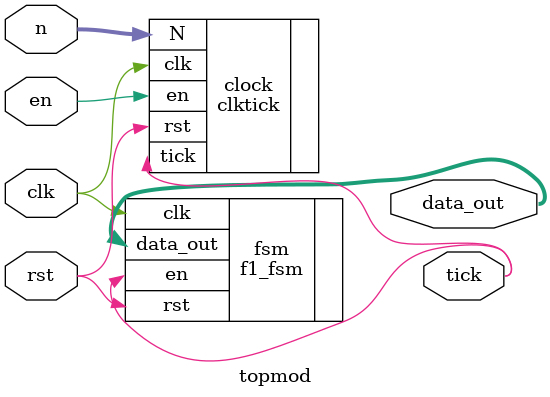
<source format=sv>
module topmod #(
    parameter DATA_WIDTH = 8
)(

    input   logic       rst,
    input   logic       en,
    input   logic       clk,
    input   logic [15:0]   n,
    output  logic [7:0] data_out,
    output  logic tick

);

f1_fsm fsm(
    .rst(rst),
    .en(tick),
    .clk(clk),
    .data_out(data_out)
);



clktick clock(
    .clk(clk),
    .rst(rst),
    .en(en),
    .N(n),
    .tick(tick)

);


endmodule

</source>
